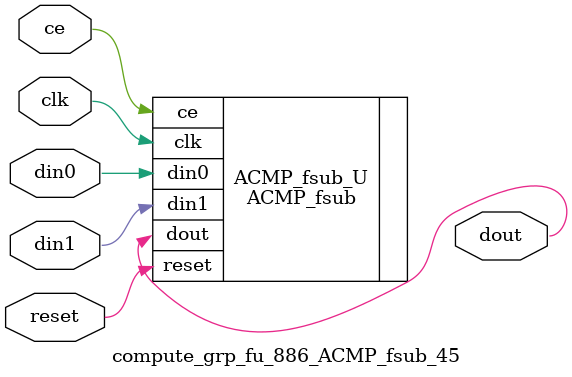
<source format=v>

`timescale 1 ns / 1 ps
module compute_grp_fu_886_ACMP_fsub_45(
    clk,
    reset,
    ce,
    din0,
    din1,
    dout);

parameter ID = 32'd1;
parameter NUM_STAGE = 32'd1;
parameter din0_WIDTH = 32'd1;
parameter din1_WIDTH = 32'd1;
parameter dout_WIDTH = 32'd1;
input clk;
input reset;
input ce;
input[din0_WIDTH - 1:0] din0;
input[din1_WIDTH - 1:0] din1;
output[dout_WIDTH - 1:0] dout;



ACMP_fsub #(
.ID( ID ),
.NUM_STAGE( 4 ),
.din0_WIDTH( din0_WIDTH ),
.din1_WIDTH( din1_WIDTH ),
.dout_WIDTH( dout_WIDTH ))
ACMP_fsub_U(
    .clk( clk ),
    .reset( reset ),
    .ce( ce ),
    .din0( din0 ),
    .din1( din1 ),
    .dout( dout ));

endmodule

</source>
